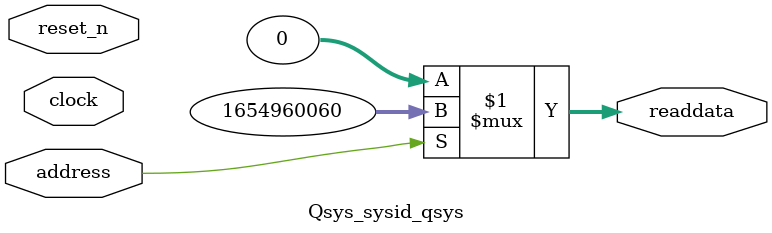
<source format=v>



// synthesis translate_off
`timescale 1ns / 1ps
// synthesis translate_on

// turn off superfluous verilog processor warnings 
// altera message_level Level1 
// altera message_off 10034 10035 10036 10037 10230 10240 10030 

module Qsys_sysid_qsys (
               // inputs:
                address,
                clock,
                reset_n,

               // outputs:
                readdata
             )
;

  output  [ 31: 0] readdata;
  input            address;
  input            clock;
  input            reset_n;

  wire    [ 31: 0] readdata;
  //control_slave, which is an e_avalon_slave
  assign readdata = address ? 1654960060 : 0;

endmodule



</source>
